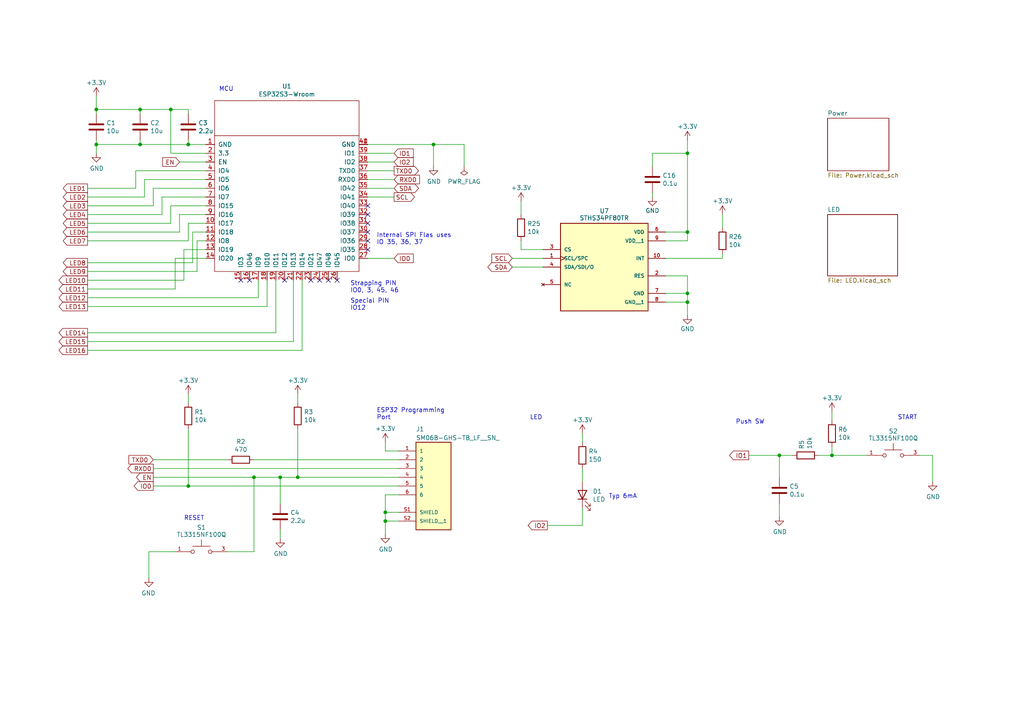
<source format=kicad_sch>
(kicad_sch (version 20230121) (generator eeschema)
  (paper "A4")
  (lib_symbols
    (symbol "Device:C" (pin_numbers hide) (pin_names (offset 0.254))
      (property "Reference" "C" (at 0.635 2.54 0))
      (property "Value" "C" (at 0.635 -2.54 0))
      (symbol "C_0_1"
        (polyline (pts (xy -2.032 -0.762) (xy 2.032 -0.762)) (stroke (width 0.508)))
        (polyline (pts (xy -2.032 0.762) (xy 2.032 0.762)) (stroke (width 0.508)))
      )
      (symbol "C_1_1"
        (pin passive line (at 0 3.81 270) (length 2.794) (name "~") (number "1"))
        (pin passive line (at 0 -3.81 90) (length 2.794) (name "~") (number "2"))
      )
    )
    (symbol "Device:LED" (pin_numbers hide) (pin_names (offset 1.016) hide)
      (property "Reference" "D" (at 0 2.54 0))
      (property "Value" "LED" (at 0 -2.54 0))
      (symbol "LED_0_1"
        (polyline (pts (xy -1.27 -1.27) (xy -1.27 1.27)) (stroke (width 0.254)))
        (polyline (pts (xy -1.27 0) (xy 1.27 0)))
        (polyline (pts (xy 1.27 -1.27) (xy 1.27 1.27) (xy -1.27 0) (xy 1.27 -1.27)) (stroke (width 0.254)))
        (polyline (pts (xy -3.048 -0.762) (xy -4.572 -2.286) (xy -3.81 -2.286) (xy -4.572 -2.286) (xy -4.572 -1.524)))
        (polyline (pts (xy -1.778 -0.762) (xy -3.302 -2.286) (xy -2.54 -2.286) (xy -3.302 -2.286) (xy -3.302 -1.524)))
      )
      (symbol "LED_1_1"
        (pin passive line (at -3.81 0 0) (length 2.54) (name "K") (number "1"))
        (pin passive line (at 3.81 0 180) (length 2.54) (name "A") (number "2"))
      )
    )
    (symbol "Device:R" (pin_numbers hide) (pin_names (offset 0))
      (property "Reference" "R" (at 2.032 0 90))
      (property "Value" "R" (at 0 0 90))
      (symbol "R_0_1"
        (rectangle (start -1.016 -2.54) (end 1.016 2.54) (stroke (width 0.254)))
      )
      (symbol "R_1_1"
        (pin passive line (at 0 3.81 270) (length 1.27) (name "~") (number "1"))
        (pin passive line (at 0 -3.81 90) (length 1.27) (name "~") (number "2"))
      )
    )
    (symbol "ESP32S3-wroom:ESP32S3-Wroom" (pin_names (offset 1.016))
      (property "Reference" "U" (at -3.81 -2.54 0))
      (property "Value" "ESP32S3-Wroom" (at 21.59 44.45 0))
      (symbol "ESP32S3-Wroom_0_1"
        (rectangle (start 0 39.37) (end 41.91 0))
        (rectangle (start 0 39.37) (end 41.91 49.53))
      )
      (symbol "ESP32S3-Wroom_1_1"
        (pin power_in line (at -2.54 36.83 0) (length 2.54) (name "GND") (number "1"))
        (pin bidirectional line (at -2.54 13.97 0) (length 2.54) (name "IO17") (number "10"))
        (pin bidirectional line (at -2.54 11.43 0) (length 2.54) (name "IO18") (number "11"))
        (pin bidirectional line (at -2.54 8.89 0) (length 2.54) (name "IO8") (number "12"))
        (pin bidirectional line (at -2.54 6.35 0) (length 2.54) (name "IO19") (number "13"))
        (pin bidirectional line (at -2.54 3.81 0) (length 2.54) (name "IO20") (number "14"))
        (pin bidirectional line (at 7.62 -2.54 90) (length 2.54) (name "IO3") (number "15"))
        (pin bidirectional line (at 10.16 -2.54 90) (length 2.54) (name "IO46") (number "16"))
        (pin bidirectional line (at 12.7 -2.54 90) (length 2.54) (name "IO9") (number "17"))
        (pin bidirectional line (at 15.24 -2.54 90) (length 2.54) (name "IO10") (number "18"))
        (pin bidirectional line (at 17.78 -2.54 90) (length 2.54) (name "IO11") (number "19"))
        (pin power_in line (at -2.54 34.29 0) (length 2.54) (name "3.3") (number "2"))
        (pin bidirectional line (at 20.32 -2.54 90) (length 2.54) (name "IO12") (number "20"))
        (pin bidirectional line (at 22.86 -2.54 90) (length 2.54) (name "IO13") (number "21"))
        (pin bidirectional line (at 25.4 -2.54 90) (length 2.54) (name "IO14") (number "22"))
        (pin bidirectional line (at 27.94 -2.54 90) (length 2.54) (name "IO21") (number "23"))
        (pin bidirectional line (at 30.48 -2.54 90) (length 2.54) (name "IO47") (number "24"))
        (pin bidirectional line (at 33.02 -2.54 90) (length 2.54) (name "IO48") (number "25"))
        (pin bidirectional line (at 35.56 -2.54 90) (length 2.54) (name "IO45") (number "26"))
        (pin bidirectional line (at 44.45 3.81 180) (length 2.54) (name "IO0") (number "27"))
        (pin bidirectional line (at 44.45 6.35 180) (length 2.54) (name "IO35") (number "28"))
        (pin bidirectional line (at 44.45 8.89 180) (length 2.54) (name "IO36") (number "29"))
        (pin bidirectional line (at -2.54 31.75 0) (length 2.54) (name "EN") (number "3"))
        (pin bidirectional line (at 44.45 11.43 180) (length 2.54) (name "IO37") (number "30"))
        (pin bidirectional line (at 44.45 13.97 180) (length 2.54) (name "IO38") (number "31"))
        (pin bidirectional line (at 44.45 16.51 180) (length 2.54) (name "IO39") (number "32"))
        (pin bidirectional line (at 44.45 19.05 180) (length 2.54) (name "IO40") (number "33"))
        (pin bidirectional line (at 44.45 21.59 180) (length 2.54) (name "IO41") (number "34"))
        (pin bidirectional line (at 44.45 24.13 180) (length 2.54) (name "IO42") (number "35"))
        (pin bidirectional line (at 44.45 26.67 180) (length 2.54) (name "RXD0") (number "36"))
        (pin bidirectional line (at 44.45 29.21 180) (length 2.54) (name "TXD0") (number "37"))
        (pin bidirectional line (at 44.45 31.75 180) (length 2.54) (name "IO2") (number "38"))
        (pin bidirectional line (at 44.45 34.29 180) (length 2.54) (name "IO1") (number "39"))
        (pin bidirectional line (at -2.54 29.21 0) (length 2.54) (name "IO4") (number "4"))
        (pin power_in line (at 44.45 36.83 180) (length 2.54) (name "GND") (number "40"))
        (pin power_in line (at 44.45 36.83 180) (length 2.54) (name "GND") (number "41"))
        (pin bidirectional line (at -2.54 26.67 0) (length 2.54) (name "IO5") (number "5"))
        (pin bidirectional line (at -2.54 24.13 0) (length 2.54) (name "IO6") (number "6"))
        (pin bidirectional line (at -2.54 21.59 0) (length 2.54) (name "IO7") (number "7"))
        (pin bidirectional line (at -2.54 19.05 0) (length 2.54) (name "IO15") (number "8"))
        (pin bidirectional line (at -2.54 16.51 0) (length 2.54) (name "IO16") (number "9"))
      )
    )
    (symbol "SM06B-GHS-TB_LF__SN_:SM06B-GHS-TB_LF__SN_" (pin_names (offset 1.016))
      (property "Reference" "J" (at -5.08 11.43 0))
      (property "Value" "SM06B-GHS-TB_LF__SN_" (at -5.08 -17.78 0))
      (symbol "SM06B-GHS-TB_LF__SN__0_0"
        (rectangle (start -5.08 -15.24) (end 5.08 10.16) (stroke (width 0.254)) (fill (type background)))
        (pin passive line (at -10.16 7.62 0) (length 5.08) (name "1") (number "1"))
        (pin passive line (at -10.16 5.08 0) (length 5.08) (name "2") (number "2"))
        (pin passive line (at -10.16 2.54 0) (length 5.08) (name "3") (number "3"))
        (pin passive line (at -10.16 0 0) (length 5.08) (name "4") (number "4"))
        (pin passive line (at -10.16 -2.54 0) (length 5.08) (name "5") (number "5"))
        (pin passive line (at -10.16 -5.08 0) (length 5.08) (name "6") (number "6"))
        (pin passive line (at -10.16 -10.16 0) (length 5.08) (name "SHIELD") (number "S1"))
        (pin passive line (at -10.16 -12.7 0) (length 5.08) (name "SHIELD__1") (number "S2"))
      )
    )
    (symbol "STHS34PF80TR:STHS34PF80TR" (pin_names (offset 1.016))
      (property "Reference" "U" (at -12.7 10.922 0))
      (property "Value" "STHS34PF80TR" (at -12.7 -17.78 0))
      (symbol "STHS34PF80TR_0_0"
        (rectangle (start -12.7 -15.24) (end 12.7 10.16) (stroke (width 0.254)) (fill (type background)))
        (pin input clock (at -17.78 0 0) (length 5.08) (name "SCL/SPC") (number "1"))
        (pin output line (at 17.78 0 180) (length 5.08) (name "INT") (number "10"))
        (pin passive line (at 17.78 -5.08 180) (length 5.08) (name "RES") (number "2"))
        (pin input line (at -17.78 2.54 0) (length 5.08) (name "CS") (number "3"))
        (pin bidirectional line (at -17.78 -2.54 0) (length 5.08) (name "SDA/SDI/O") (number "4"))
        (pin no_connect line (at -17.78 -7.62 0) (length 5.08) (name "NC") (number "5"))
        (pin power_in line (at 17.78 7.62 180) (length 5.08) (name "VDD") (number "6"))
        (pin power_in line (at 17.78 -10.16 180) (length 5.08) (name "GND") (number "7"))
        (pin power_in line (at 17.78 -12.7 180) (length 5.08) (name "GND__1") (number "8"))
        (pin power_in line (at 17.78 5.08 180) (length 5.08) (name "VDD__1") (number "9"))
      )
    )
    (symbol "TL3315NF100Q:TL3315NF100Q" (pin_names (offset 1.016))
      (property "Reference" "S" (at -7.62 5.08 0))
      (property "Value" "TL3315NF100Q" (at -7.62 -5.08 0))
      (symbol "TL3315NF100Q_0_0"
        (circle (center -2.54 0) (radius 0.508) (stroke (width 0.1524)))
        (polyline (pts (xy -5.08 0) (xy -3.048 0)) (stroke (width 0.1524)))
        (polyline (pts (xy -2.54 1.5875) (xy 0 1.5875)) (stroke (width 0.1524)))
        (polyline (pts (xy 0 1.5875) (xy 0 3.4925)) (stroke (width 0.1524)))
        (polyline (pts (xy 0 1.5875) (xy 2.54 1.5875)) (stroke (width 0.1524)))
        (polyline (pts (xy 5.08 0) (xy 3.048 0)) (stroke (width 0.1524)))
        (circle (center 2.54 0) (radius 0.508) (stroke (width 0.1524)))
        (pin passive line (at -7.62 0 0) (length 2.54) (name "~") (number "1"))
        (pin passive line (at 7.62 0 180) (length 2.54) (name "~") (number "3"))
      )
    )
    (symbol "power:+3.3V" (power) (pin_names (offset 0))
      (property "Value" "+3.3V" (at 0 3.556 0))
      (symbol "+3.3V_0_1"
        (polyline (pts (xy -0.762 1.27) (xy 0 2.54)))
        (polyline (pts (xy 0 0) (xy 0 2.54)))
        (polyline (pts (xy 0 2.54) (xy 0.762 1.27)))
      )
      (symbol "+3.3V_1_1"
        (pin power_in line (at 0 0 90) (length 0) hide (name "+3.3V") (number "1"))
      )
    )
    (symbol "power:GND" (power) (pin_names (offset 0))
      (property "Value" "GND" (at 0 -3.81 0))
      (symbol "GND_0_1"
        (polyline (pts (xy 0 0) (xy 0 -1.27) (xy 1.27 -1.27) (xy 0 -2.54) (xy -1.27 -1.27) (xy 0 -1.27)))
      )
      (symbol "GND_1_1"
        (pin power_in line (at 0 0 270) (length 0) hide (name "GND") (number "1"))
      )
    )
    (symbol "power:PWR_FLAG" (power) (pin_numbers hide) (pin_names (offset 0) hide)
      (property "Value" "PWR_FLAG" (at 0 3.81 0))
      (symbol "PWR_FLAG_0_0"
        (pin power_out line (at 0 0 90) (length 0) (name "pwr") (number "1"))
      )
      (symbol "PWR_FLAG_0_1"
        (polyline (pts (xy 0 0) (xy 0 1.27) (xy -1.016 1.905) (xy 0 2.54) (xy 1.016 1.905) (xy 0 1.27)))
      )
    )
  )
  (junction (at 54.61 41.91))
  (junction (at 81.28 138.43))
  (junction (at 27.94 41.91))
  (junction (at 54.61 140.97))
  (junction (at 111.76 151.13))
  (junction (at 49.53 31.75))
  (junction (at 40.64 31.75))
  (junction (at 241.3 132.08))
  (junction (at 27.94 31.75))
  (junction (at 73.66 138.43))
  (junction (at 199.39 87.63))
  (junction (at 40.64 41.91))
  (junction (at 199.39 85.09))
  (junction (at 111.76 148.59))
  (junction (at 226.06 132.08))
  (junction (at 125.73 41.91))
  (junction (at 199.39 67.31))
  (junction (at 86.36 138.43))
  (junction (at 199.39 44.45))
  (no_connect (at 106.68 59.69))
  (no_connect (at 72.39 81.28))
  (no_connect (at 92.71 81.28))
  (no_connect (at 106.68 69.85))
  (no_connect (at 106.68 62.23))
  (no_connect (at 106.68 72.39))
  (no_connect (at 69.85 81.28))
  (no_connect (at 90.17 81.28))
  (no_connect (at 97.79 81.28))
  (no_connect (at 82.55 81.28))
  (no_connect (at 106.68 64.77))
  (no_connect (at 95.25 81.28))
  (no_connect (at 106.68 67.31))
  (wire (pts (xy 25.4 78.74) (xy 57.15 78.74)))
  (wire (pts (xy 199.39 69.85) (xy 199.39 67.31)))
  (wire (pts (xy 193.04 67.31) (xy 199.39 67.31)))
  (wire (pts (xy 157.48 72.39) (xy 151.13 72.39)))
  (wire (pts (xy 193.04 74.93) (xy 209.55 74.93)))
  (wire (pts (xy 57.15 69.85) (xy 57.15 78.74)))
  (wire (pts (xy 25.4 62.23) (xy 46.99 62.23)))
  (wire (pts (xy 87.63 101.6) (xy 87.63 81.28)))
  (wire (pts (xy 86.36 124.46) (xy 86.36 138.43)))
  (wire (pts (xy 226.06 132.08) (xy 229.87 132.08)))
  (wire (pts (xy 111.76 130.81) (xy 111.76 128.27)))
  (wire (pts (xy 44.45 138.43) (xy 73.66 138.43)))
  (wire (pts (xy 25.4 59.69) (xy 44.45 59.69)))
  (wire (pts (xy 25.4 67.31) (xy 52.07 67.31)))
  (wire (pts (xy 49.53 59.69) (xy 49.53 64.77)))
  (wire (pts (xy 111.76 148.59) (xy 115.57 148.59)))
  (wire (pts (xy 151.13 58.42) (xy 151.13 62.23)))
  (wire (pts (xy 59.69 67.31) (xy 55.88 67.31)))
  (wire (pts (xy 114.3 49.53) (xy 106.68 49.53)))
  (wire (pts (xy 27.94 40.64) (xy 27.94 41.91)))
  (wire (pts (xy 27.94 31.75) (xy 27.94 33.02)))
  (wire (pts (xy 53.34 72.39) (xy 53.34 81.28)))
  (wire (pts (xy 115.57 130.81) (xy 111.76 130.81)))
  (wire (pts (xy 40.64 33.02) (xy 40.64 31.75)))
  (wire (pts (xy 59.69 62.23) (xy 52.07 62.23)))
  (wire (pts (xy 168.91 135.89) (xy 168.91 139.7)))
  (wire (pts (xy 50.8 83.82) (xy 50.8 74.93)))
  (wire (pts (xy 39.37 54.61) (xy 25.4 54.61)))
  (wire (pts (xy 55.88 67.31) (xy 55.88 76.2)))
  (wire (pts (xy 77.47 88.9) (xy 25.4 88.9)))
  (wire (pts (xy 50.8 160.02) (xy 43.18 160.02)))
  (wire (pts (xy 81.28 138.43) (xy 86.36 138.43)))
  (wire (pts (xy 59.69 69.85) (xy 57.15 69.85)))
  (wire (pts (xy 49.53 31.75) (xy 54.61 31.75)))
  (wire (pts (xy 46.99 57.15) (xy 59.69 57.15)))
  (wire (pts (xy 40.64 40.64) (xy 40.64 41.91)))
  (wire (pts (xy 54.61 31.75) (xy 54.61 33.02)))
  (wire (pts (xy 50.8 74.93) (xy 59.69 74.93)))
  (wire (pts (xy 217.17 132.08) (xy 226.06 132.08)))
  (wire (pts (xy 54.61 64.77) (xy 54.61 69.85)))
  (wire (pts (xy 241.3 132.08) (xy 237.49 132.08)))
  (wire (pts (xy 266.7 132.08) (xy 270.51 132.08)))
  (wire (pts (xy 106.68 52.07) (xy 114.3 52.07)))
  (wire (pts (xy 55.88 76.2) (xy 25.4 76.2)))
  (wire (pts (xy 168.91 152.4) (xy 158.75 152.4)))
  (wire (pts (xy 148.59 77.47) (xy 157.48 77.47)))
  (wire (pts (xy 41.91 57.15) (xy 41.91 52.07)))
  (wire (pts (xy 27.94 41.91) (xy 40.64 41.91)))
  (wire (pts (xy 73.66 138.43) (xy 73.66 160.02)))
  (wire (pts (xy 54.61 41.91) (xy 59.69 41.91)))
  (wire (pts (xy 193.04 80.01) (xy 199.39 80.01)))
  (wire (pts (xy 199.39 85.09) (xy 199.39 87.63)))
  (wire (pts (xy 199.39 80.01) (xy 199.39 85.09)))
  (wire (pts (xy 114.3 74.93) (xy 106.68 74.93)))
  (wire (pts (xy 49.53 44.45) (xy 59.69 44.45)))
  (wire (pts (xy 27.94 27.94) (xy 27.94 31.75)))
  (wire (pts (xy 49.53 44.45) (xy 49.53 31.75)))
  (wire (pts (xy 226.06 138.43) (xy 226.06 132.08)))
  (wire (pts (xy 85.09 81.28) (xy 85.09 99.06)))
  (wire (pts (xy 81.28 153.67) (xy 81.28 156.21)))
  (wire (pts (xy 59.69 64.77) (xy 54.61 64.77)))
  (wire (pts (xy 134.62 48.26) (xy 134.62 41.91)))
  (wire (pts (xy 86.36 138.43) (xy 115.57 138.43)))
  (wire (pts (xy 189.23 48.26) (xy 189.23 44.45)))
  (wire (pts (xy 43.18 160.02) (xy 43.18 167.64)))
  (wire (pts (xy 199.39 40.64) (xy 199.39 44.45)))
  (wire (pts (xy 106.68 57.15) (xy 114.3 57.15)))
  (wire (pts (xy 199.39 87.63) (xy 199.39 91.44)))
  (wire (pts (xy 59.69 49.53) (xy 39.37 49.53)))
  (wire (pts (xy 80.01 96.52) (xy 80.01 81.28)))
  (wire (pts (xy 86.36 114.3) (xy 86.36 116.84)))
  (wire (pts (xy 54.61 124.46) (xy 54.61 140.97)))
  (wire (pts (xy 111.76 151.13) (xy 115.57 151.13)))
  (wire (pts (xy 59.69 72.39) (xy 53.34 72.39)))
  (wire (pts (xy 44.45 135.89) (xy 115.57 135.89)))
  (wire (pts (xy 40.64 41.91) (xy 54.61 41.91)))
  (wire (pts (xy 74.93 81.28) (xy 74.93 86.36)))
  (wire (pts (xy 226.06 146.05) (xy 226.06 149.86)))
  (wire (pts (xy 73.66 138.43) (xy 81.28 138.43)))
  (wire (pts (xy 81.28 146.05) (xy 81.28 138.43)))
  (wire (pts (xy 25.4 57.15) (xy 41.91 57.15)))
  (wire (pts (xy 193.04 69.85) (xy 199.39 69.85)))
  (wire (pts (xy 25.4 69.85) (xy 54.61 69.85)))
  (wire (pts (xy 44.45 140.97) (xy 54.61 140.97)))
  (wire (pts (xy 189.23 55.88) (xy 189.23 57.15)))
  (wire (pts (xy 25.4 64.77) (xy 49.53 64.77)))
  (wire (pts (xy 59.69 46.99) (xy 52.07 46.99)))
  (wire (pts (xy 39.37 49.53) (xy 39.37 54.61)))
  (wire (pts (xy 241.3 132.08) (xy 251.46 132.08)))
  (wire (pts (xy 189.23 44.45) (xy 199.39 44.45)))
  (wire (pts (xy 52.07 62.23) (xy 52.07 67.31)))
  (wire (pts (xy 73.66 133.35) (xy 115.57 133.35)))
  (wire (pts (xy 73.66 160.02) (xy 66.04 160.02)))
  (wire (pts (xy 44.45 133.35) (xy 66.04 133.35)))
  (wire (pts (xy 77.47 81.28) (xy 77.47 88.9)))
  (wire (pts (xy 209.55 62.23) (xy 209.55 66.04)))
  (wire (pts (xy 193.04 87.63) (xy 199.39 87.63)))
  (wire (pts (xy 27.94 41.91) (xy 27.94 44.45)))
  (wire (pts (xy 74.93 86.36) (xy 25.4 86.36)))
  (wire (pts (xy 54.61 40.64) (xy 54.61 41.91)))
  (wire (pts (xy 125.73 41.91) (xy 125.73 48.26)))
  (wire (pts (xy 168.91 147.32) (xy 168.91 152.4)))
  (wire (pts (xy 106.68 46.99) (xy 114.3 46.99)))
  (wire (pts (xy 114.3 44.45) (xy 106.68 44.45)))
  (wire (pts (xy 134.62 41.91) (xy 125.73 41.91)))
  (wire (pts (xy 59.69 54.61) (xy 44.45 54.61)))
  (wire (pts (xy 44.45 54.61) (xy 44.45 59.69)))
  (wire (pts (xy 27.94 31.75) (xy 40.64 31.75)))
  (wire (pts (xy 41.91 52.07) (xy 59.69 52.07)))
  (wire (pts (xy 111.76 143.51) (xy 111.76 148.59)))
  (wire (pts (xy 148.59 74.93) (xy 157.48 74.93)))
  (wire (pts (xy 59.69 59.69) (xy 49.53 59.69)))
  (wire (pts (xy 46.99 62.23) (xy 46.99 57.15)))
  (wire (pts (xy 241.3 119.38) (xy 241.3 121.92)))
  (wire (pts (xy 209.55 74.93) (xy 209.55 73.66)))
  (wire (pts (xy 54.61 140.97) (xy 115.57 140.97)))
  (wire (pts (xy 168.91 125.73) (xy 168.91 128.27)))
  (wire (pts (xy 111.76 151.13) (xy 111.76 154.94)))
  (wire (pts (xy 111.76 148.59) (xy 111.76 151.13)))
  (wire (pts (xy 270.51 132.08) (xy 270.51 139.7)))
  (wire (pts (xy 193.04 85.09) (xy 199.39 85.09)))
  (wire (pts (xy 25.4 96.52) (xy 80.01 96.52)))
  (wire (pts (xy 25.4 83.82) (xy 50.8 83.82)))
  (wire (pts (xy 106.68 54.61) (xy 114.3 54.61)))
  (wire (pts (xy 25.4 101.6) (xy 87.63 101.6)))
  (wire (pts (xy 241.3 129.54) (xy 241.3 132.08)))
  (wire (pts (xy 85.09 99.06) (xy 25.4 99.06)))
  (wire (pts (xy 25.4 81.28) (xy 53.34 81.28)))
  (wire (pts (xy 54.61 114.3) (xy 54.61 116.84)))
  (wire (pts (xy 199.39 67.31) (xy 199.39 44.45)))
  (wire (pts (xy 115.57 143.51) (xy 111.76 143.51)))
  (wire (pts (xy 106.68 41.91) (xy 125.73 41.91)))
  (wire (pts (xy 40.64 31.75) (xy 49.53 31.75)))
  (wire (pts (xy 151.13 72.39) (xy 151.13 69.85)))
  (text "START" (at 260.35 121.92 0) (effects (font (size 1.27 1.27)) (justify left bottom)))
  (text "Push SW" (at 213.36 123.19 0) (effects (font (size 1.27 1.27)) (justify left bottom)))
  (text "Typ 6mA" (at 176.53 144.78 0) (effects (font (size 1.27 1.27)) (justify left bottom)))
  (text "ESP32 Programming\nPort" (at 109.22 121.92 0) (effects (font (size 1.27 1.27)) (justify left bottom)))
  (text "LED" (at 153.67 121.92 0) (effects (font (size 1.27 1.27)) (justify left bottom)))
  (text "Strapping PIN\nIO0, 3, 45, 46" (at 101.6 85.09 0) (effects (font (size 1.27 1.27)) (justify left bottom)))
  (text "Internal SPI Flas uses\nIO 35, 36, 37" (at 109.22 71.12 0) (effects (font (size 1.27 1.27)) (justify left bottom)))
  (text "RESET" (at 53.34 151.13 0) (effects (font (size 1.27 1.27)) (justify left bottom)))
  (text "Special PIN\nIO12" (at 101.6 90.17 0) (effects (font (size 1.27 1.27)) (justify left bottom)))
  (text "MCU" (at 63.5 26.67 0) (effects (font (size 1.27 1.27)) (justify left bottom)))
  (global_label "LED9" (shape output) (at 25.4 78.74 180) (property "Intersheetrefs" "${INTERSHEET_REFS}" (effects hide)))
  (global_label "LED4" (shape output) (at 25.4 62.23 180) (property "Intersheetrefs" "${INTERSHEET_REFS}" (effects hide)))
  (global_label "SCL" (shape input) (at 148.59 74.93 180) (property "Intersheetrefs" "${INTERSHEET_REFS}" (effects hide)))
  (global_label "LED5" (shape output) (at 25.4 64.77 180) (property "Intersheetrefs" "${INTERSHEET_REFS}" (effects hide)))
  (global_label "IO1" (shape input) (at 114.3 44.45 0) (property "Intersheetrefs" "${INTERSHEET_REFS}" (effects hide)))
  (global_label "LED14" (shape output) (at 25.4 96.52 180) (property "Intersheetrefs" "${INTERSHEET_REFS}" (effects hide)))
  (global_label "LED2" (shape output) (at 25.4 57.15 180) (property "Intersheetrefs" "${INTERSHEET_REFS}" (effects hide)))
  (global_label "EN" (shape output) (at 44.45 138.43 180) (property "Intersheetrefs" "${INTERSHEET_REFS}" (effects hide)))
  (global_label "LED16" (shape output) (at 25.4 101.6 180) (property "Intersheetrefs" "${INTERSHEET_REFS}" (effects hide)))
  (global_label "EN" (shape input) (at 52.07 46.99 180) (property "Intersheetrefs" "${INTERSHEET_REFS}" (effects hide)))
  (global_label "IO2" (shape output) (at 158.75 152.4 180) (property "Intersheetrefs" "${INTERSHEET_REFS}" (effects hide)))
  (global_label "LED3" (shape output) (at 25.4 59.69 180) (property "Intersheetrefs" "${INTERSHEET_REFS}" (effects hide)))
  (global_label "LED1" (shape output) (at 25.4 54.61 180) (property "Intersheetrefs" "${INTERSHEET_REFS}" (effects hide)))
  (global_label "IO2" (shape input) (at 114.3 46.99 0) (property "Intersheetrefs" "${INTERSHEET_REFS}" (effects hide)))
  (global_label "IO1" (shape output) (at 217.17 132.08 180) (property "Intersheetrefs" "${INTERSHEET_REFS}" (effects hide)))
  (global_label "SDA" (shape bidirectional) (at 148.59 77.47 180) (property "Intersheetrefs" "${INTERSHEET_REFS}" (effects hide)))
  (global_label "LED10" (shape output) (at 25.4 81.28 180) (property "Intersheetrefs" "${INTERSHEET_REFS}" (effects hide)))
  (global_label "LED6" (shape output) (at 25.4 67.31 180) (property "Intersheetrefs" "${INTERSHEET_REFS}" (effects hide)))
  (global_label "SCL" (shape output) (at 114.3 57.15 0) (property "Intersheetrefs" "${INTERSHEET_REFS}" (effects hide)))
  (global_label "IO0" (shape input) (at 114.3 74.93 0) (property "Intersheetrefs" "${INTERSHEET_REFS}" (effects hide)))
  (global_label "TXD0" (shape output) (at 114.3 49.53 0) (property "Intersheetrefs" "${INTERSHEET_REFS}" (effects hide)))
  (global_label "LED13" (shape output) (at 25.4 88.9 180) (property "Intersheetrefs" "${INTERSHEET_REFS}" (effects hide)))
  (global_label "RXD0" (shape output) (at 44.45 135.89 180) (property "Intersheetrefs" "${INTERSHEET_REFS}" (effects hide)))
  (global_label "LED12" (shape output) (at 25.4 86.36 180) (property "Intersheetrefs" "${INTERSHEET_REFS}" (effects hide)))
  (global_label "LED8" (shape output) (at 25.4 76.2 180) (property "Intersheetrefs" "${INTERSHEET_REFS}" (effects hide)))
  (global_label "LED11" (shape output) (at 25.4 83.82 180) (property "Intersheetrefs" "${INTERSHEET_REFS}" (effects hide)))
  (global_label "LED7" (shape output) (at 25.4 69.85 180) (property "Intersheetrefs" "${INTERSHEET_REFS}" (effects hide)))
  (global_label "IO0" (shape output) (at 44.45 140.97 180) (property "Intersheetrefs" "${INTERSHEET_REFS}" (effects hide)))
  (global_label "LED15" (shape output) (at 25.4 99.06 180) (property "Intersheetrefs" "${INTERSHEET_REFS}" (effects hide)))
  (global_label "RXD0" (shape input) (at 114.3 52.07 0) (property "Intersheetrefs" "${INTERSHEET_REFS}" (effects hide)))
  (global_label "SDA" (shape bidirectional) (at 114.3 54.61 0) (property "Intersheetrefs" "${INTERSHEET_REFS}" (effects hide)))
  (global_label "TXD0" (shape input) (at 44.45 133.35 180) (property "Intersheetrefs" "${INTERSHEET_REFS}" (effects hide)))
  (symbol (lib_id "Device:C") (at 40.64 36.83 0) (unit 1)
    (property "Reference" "C2" (at 43.561 35.6616 0) (effects (justify left)))
    (property "Value" "10u" (at 43.561 37.973 0) (effects (justify left)))
    (property "Footprint" "Capacitor_SMD:C_0603_1608Metric" (effects hide))
  )
  (symbol (lib_id "Device:C") (at 27.94 36.83 0) (unit 1)
    (property "Reference" "C1" (at 30.861 35.6616 0) (effects (justify left)))
    (property "Value" "10u" (at 30.861 37.973 0) (effects (justify left)))
    (property "Footprint" "Capacitor_SMD:C_0603_1608Metric" (effects hide))
  )
  (symbol (lib_id "power:GND") (at 27.94 44.45 0) (unit 1)
    (property "Reference" "#PWR02" (effects hide))
    (property "Value" "GND" (at 28.067 48.8442 0))
  )
  (symbol (lib_id "power:GND") (at 125.73 48.26 0) (unit 1)
    (property "Reference" "#PWR09" (effects hide))
    (property "Value" "GND" (at 125.857 52.6542 0))
  )
  (symbol (lib_id "Device:R") (at 86.36 120.65 0) (unit 1)
    (property "Reference" "R3" (at 88.138 119.4816 0) (effects (justify left)))
    (property "Value" "10k" (at 88.138 121.793 0) (effects (justify left)))
    (property "Footprint" "Resistor_SMD:R_0603_1608Metric" (effects hide))
  )
  (symbol (lib_id "Device:C") (at 81.28 149.86 0) (unit 1)
    (property "Reference" "C4" (at 84.201 148.6916 0) (effects (justify left)))
    (property "Value" "2.2u" (at 84.201 151.003 0) (effects (justify left)))
    (property "Footprint" "Capacitor_SMD:C_0603_1608Metric" (effects hide))
  )
  (symbol (lib_id "power:GND") (at 81.28 156.21 0) (unit 1)
    (property "Reference" "#PWR05" (effects hide))
    (property "Value" "GND" (at 81.407 160.6042 0))
  )
  (symbol (lib_id "Device:R") (at 69.85 133.35 90) (unit 1)
    (property "Reference" "R2" (at 69.85 128.0922 90))
    (property "Value" "470" (at 69.85 130.4036 90))
    (property "Footprint" "Resistor_SMD:R_0603_1608Metric" (effects hide))
  )
  (symbol (lib_id "power:GND") (at 43.18 167.64 0) (mirror y) (unit 1)
    (property "Reference" "#PWR03" (effects hide))
    (property "Value" "GND" (at 43.053 172.0342 0))
  )
  (symbol (lib_id "Device:C") (at 54.61 36.83 0) (unit 1)
    (property "Reference" "C3" (at 57.531 35.6616 0) (effects (justify left)))
    (property "Value" "2.2u" (at 57.531 37.973 0) (effects (justify left)))
    (property "Footprint" "Capacitor_SMD:C_0603_1608Metric" (effects hide))
  )
  (symbol (lib_id "Device:R") (at 54.61 120.65 0) (unit 1)
    (property "Reference" "R1" (at 56.388 119.4816 0) (effects (justify left)))
    (property "Value" "10k" (at 56.388 121.793 0) (effects (justify left)))
    (property "Footprint" "Resistor_SMD:R_0603_1608Metric" (effects hide))
  )
  (symbol (lib_id "power:GND") (at 270.51 139.7 0) (unit 1)
    (property "Reference" "#PWR013" (effects hide))
    (property "Value" "GND" (at 270.637 144.0942 0))
  )
  (symbol (lib_id "Device:R") (at 241.3 125.73 0) (unit 1)
    (property "Reference" "R6" (at 243.078 124.5616 0) (effects (justify left)))
    (property "Value" "10k" (at 243.078 126.873 0) (effects (justify left)))
    (property "Footprint" "Resistor_SMD:R_0603_1608Metric" (effects hide))
  )
  (symbol (lib_id "power:GND") (at 226.06 149.86 0) (unit 1)
    (property "Reference" "#PWR011" (effects hide))
    (property "Value" "GND" (at 226.187 154.2542 0))
  )
  (symbol (lib_id "Device:LED") (at 168.91 143.51 90) (unit 1)
    (property "Reference" "D1" (at 171.9072 142.5194 90) (effects (justify right)))
    (property "Value" "LED" (at 171.9072 144.8308 90) (effects (justify right)))
    (property "Footprint" "LED_SMD:LED_0603_1608Metric" (effects hide))
  )
  (symbol (lib_id "Device:R") (at 168.91 132.08 0) (unit 1)
    (property "Reference" "R4" (at 170.688 130.9116 0) (effects (justify left)))
    (property "Value" "150" (at 170.688 133.223 0) (effects (justify left)))
    (property "Footprint" "Resistor_SMD:R_0603_1608Metric" (effects hide))
  )
  (symbol (lib_id "power:PWR_FLAG") (at 134.62 48.26 0) (mirror x) (unit 1)
    (property "Reference" "#FLG01" (effects hide))
    (property "Value" "PWR_FLAG" (at 134.62 52.6542 0))
  )
  (symbol (lib_id "ESP32S3-wroom:ESP32S3-Wroom") (at 62.23 78.74 0) (unit 1)
    (property "Reference" "U1" (at 83.185 25.019 0))
    (property "Value" "ESP32S3-Wroom" (at 83.185 27.3304 0))
    (property "Footprint" "ESP32S3-wroom-kicadfp-main:ESP32-S3-wrooom" (effects hide))
  )
  (symbol (lib_id "Device:C") (at 226.06 142.24 0) (unit 1)
    (property "Reference" "C5" (at 228.981 141.0716 0) (effects (justify left)))
    (property "Value" "0.1u" (at 228.981 143.383 0) (effects (justify left)))
    (property "Footprint" "Capacitor_SMD:C_0603_1608Metric" (effects hide))
  )
  (symbol (lib_id "Device:R") (at 233.68 132.08 90) (unit 1)
    (property "Reference" "R5" (at 232.5116 130.302 0) (effects (justify left)))
    (property "Value" "10k" (at 234.823 130.302 0) (effects (justify left)))
    (property "Footprint" "Resistor_SMD:R_0603_1608Metric" (effects hide))
  )
  (symbol (lib_id "power:+3.3V") (at 241.3 119.38 0) (unit 1)
    (property "Reference" "#PWR012" (effects hide))
    (property "Value" "+3.3V" (at 241.3 115.435 0))
  )
  (symbol (lib_id "power:GND") (at 111.76 154.94 0) (unit 1)
    (property "Reference" "#PWR08" (effects hide))
    (property "Value" "GND" (at 111.887 159.3342 0))
  )
  (symbol (lib_id "SM06B-GHS-TB_LF__SN_:SM06B-GHS-TB_LF__SN_") (at 125.73 138.43 0) (unit 1)
    (property "Reference" "J1" (at 120.65 124.46 0) (effects (justify left)))
    (property "Value" "SM06B-GHS-TB_LF__SN_" (at 120.65 127 0) (effects (justify left)))
    (property "Footprint" "SM06B_GHS_TB_LF__SN_:JST_SM06B-GHS-TB_LF__SN_" (effects hide))
    (property "PARTREV" "N/A" (effects hide))
    (property "STANDARD" "Manufacturer Recommendations" (effects hide))
    (property "MAXIMUM_PACKAGE_HEIGHT" "4.25mm" (effects hide))
    (property "MANUFACTURER" "JST" (effects hide))
  )
  (symbol (lib_id "power:+3.3V") (at 209.55 62.23 0) (unit 1)
    (property "Reference" "#PWR062" (effects hide))
    (property "Value" "+3.3V" (at 209.55 58.285 0))
  )
  (symbol (lib_id "power:+3.3V") (at 111.76 128.27 0) (unit 1)
    (property "Reference" "#PWR07" (effects hide))
    (property "Value" "+3.3V" (at 111.76 124.325 0))
  )
  (symbol (lib_id "power:+3.3V") (at 54.61 114.3 0) (unit 1)
    (property "Reference" "#PWR06" (effects hide))
    (property "Value" "+3.3V" (at 54.61 110.355 0))
  )
  (symbol (lib_id "TL3315NF100Q:TL3315NF100Q") (at 259.08 132.08 0) (unit 1)
    (property "Reference" "S2" (at 259.08 125.0583 0))
    (property "Value" "TL3315NF100Q" (at 259.08 127.1063 0))
    (property "Footprint" "TL3315NF100Q:SW_TL3315NF100Q" (effects hide))
    (property "MF" "E-Switch" (effects hide))
    (property "Description" "Tactile Switch SPST-NO Top Actuated Surface Mount" (effects hide))
    (property "Package" "None" (effects hide))
    (property "Price" "None" (effects hide))
    (property "MP" "TL3315NF100Q" (effects hide))
    (property "Availability" "In Stock" (effects hide))
    (property "Purchase-URL" "https://pricing.snapeda.com/search/part/TL3315NF100Q/?ref=eda" (effects hide))
  )
  (symbol (lib_id "STHS34PF80TR:STHS34PF80TR") (at 175.26 74.93 0) (unit 1)
    (property "Reference" "U7" (at 175.26 61.19 0))
    (property "Value" "STHS34PF80TR" (at 175.26 63.238 0))
    (property "Footprint" "STHS34PF80TR:XDCR_STHS34PF80TR" (effects hide))
    (property "PARTREV" "2" (effects hide))
    (property "STANDARD" "Manufacturer Recommendations" (effects hide))
    (property "SNAPEDA_PN" "STHS34PF80TR" (effects hide))
    (property "MAXIMUM_PACKAGE_HEIGHT" "1.455mm" (effects hide))
    (property "MANUFACTURER" "STmicroelectronics" (effects hide))
  )
  (symbol (lib_id "Device:C") (at 189.23 52.07 0) (unit 1)
    (property "Reference" "C16" (at 192.151 50.9016 0) (effects (justify left)))
    (property "Value" "0.1u" (at 192.151 53.213 0) (effects (justify left)))
    (property "Footprint" "Capacitor_SMD:C_0603_1608Metric" (effects hide))
  )
  (symbol (lib_id "power:GND") (at 199.39 91.44 0) (unit 1)
    (property "Reference" "#PWR060" (effects hide))
    (property "Value" "GND" (at 199.39 95.385 0))
  )
  (symbol (lib_id "power:GND") (at 189.23 57.15 0) (unit 1)
    (property "Reference" "#PWR063" (effects hide))
    (property "Value" "GND" (at 189.23 61.095 0))
  )
  (symbol (lib_id "power:+3.3V") (at 86.36 114.3 0) (unit 1)
    (property "Reference" "#PWR04" (effects hide))
    (property "Value" "+3.3V" (at 86.36 110.355 0))
  )
  (symbol (lib_id "TL3315NF100Q:TL3315NF100Q") (at 58.42 160.02 0) (unit 1)
    (property "Reference" "S1" (at 58.42 152.9983 0))
    (property "Value" "TL3315NF100Q" (at 58.42 155.0463 0))
    (property "Footprint" "TL3315NF100Q:SW_TL3315NF100Q" (effects hide))
    (property "MF" "E-Switch" (effects hide))
    (property "Description" "Tactile Switch SPST-NO Top Actuated Surface Mount" (effects hide))
    (property "Package" "None" (effects hide))
    (property "Price" "None" (effects hide))
    (property "MP" "TL3315NF100Q" (effects hide))
    (property "Availability" "In Stock" (effects hide))
    (property "Purchase-URL" "https://pricing.snapeda.com/search/part/TL3315NF100Q/?ref=eda" (effects hide))
  )
  (symbol (lib_id "power:+3.3V") (at 168.91 125.73 0) (unit 1)
    (property "Reference" "#PWR010" (effects hide))
    (property "Value" "+3.3V" (at 168.91 121.785 0))
  )
  (symbol (lib_id "power:+3.3V") (at 151.13 58.42 0) (unit 1)
    (property "Reference" "#PWR061" (effects hide))
    (property "Value" "+3.3V" (at 151.13 54.475 0))
  )
  (symbol (lib_id "Device:R") (at 209.55 69.85 0) (unit 1)
    (property "Reference" "R26" (at 211.328 68.6816 0) (effects (justify left)))
    (property "Value" "10k" (at 211.328 70.993 0) (effects (justify left)))
    (property "Footprint" "Resistor_SMD:R_0603_1608Metric" (effects hide))
  )
  (symbol (lib_id "Device:R") (at 151.13 66.04 0) (unit 1)
    (property "Reference" "R25" (at 152.908 64.8716 0) (effects (justify left)))
    (property "Value" "10k" (at 152.908 67.183 0) (effects (justify left)))
    (property "Footprint" "Resistor_SMD:R_0603_1608Metric" (effects hide))
  )
  (symbol (lib_id "power:+3.3V") (at 199.39 40.64 0) (unit 1)
    (property "Reference" "#PWR059" (effects hide))
    (property "Value" "+3.3V" (at 199.39 36.695 0))
  )
  (symbol (lib_id "power:+3.3V") (at 27.94 27.94 0) (unit 1)
    (property "Reference" "#PWR01" (effects hide))
    (property "Value" "+3.3V" (at 27.94 23.995 0))
  )
  (sheet (at 240.03 34.29) (size 17.78 15.24)
    (property "Sheetname" "Power" (at 240.03 33.5784 0) (effects (justify left bottom)))
    (property "Sheetfile" "Power.kicad_sch" (at 240.03 50.1146 0) (effects (justify left top)))
  )
  (sheet (at 240.03 62.23) (size 20.32 17.78) (stroke (width 0.1524))
    (property "Sheetname" "LED" (at 240.03 61.5184 0) (effects (justify left bottom)))
    (property "Sheetfile" "LED.kicad_sch" (at 240.03 80.5946 0) (effects (justify left top)))
  )
)
</source>
